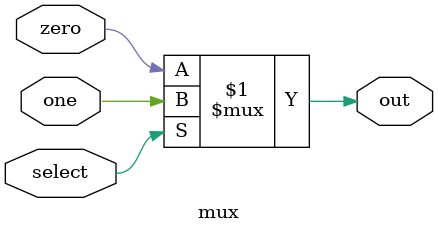
<source format=v>
module mux(select, zero, one, out);
	
	parameter 					DATA_WIDTH = 1;
	
	input 						select;
	input 	[DATA_WIDTH-1:0] 	zero, one;
	output 	[DATA_WIDTH-1:0] 	out;
	
	assign out = select ? one : zero;
	
endmodule

</source>
